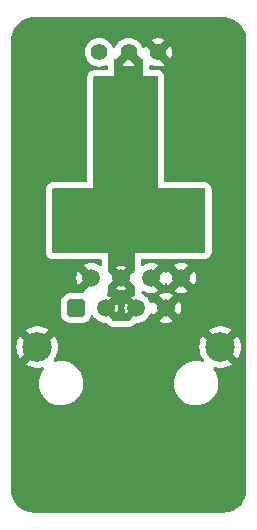
<source format=gbr>
%TF.GenerationSoftware,KiCad,Pcbnew,7.0.5-0*%
%TF.CreationDate,2024-07-28T13:55:19+02:00*%
%TF.ProjectId,rj45-dynamixel-adapter,726a3435-2d64-4796-9e61-6d6978656c2d,rev?*%
%TF.SameCoordinates,Original*%
%TF.FileFunction,Copper,L3,Inr*%
%TF.FilePolarity,Positive*%
%FSLAX46Y46*%
G04 Gerber Fmt 4.6, Leading zero omitted, Abs format (unit mm)*
G04 Created by KiCad (PCBNEW 7.0.5-0) date 2024-07-28 13:55:19*
%MOMM*%
%LPD*%
G01*
G04 APERTURE LIST*
G04 Aperture macros list*
%AMRoundRect*
0 Rectangle with rounded corners*
0 $1 Rounding radius*
0 $2 $3 $4 $5 $6 $7 $8 $9 X,Y pos of 4 corners*
0 Add a 4 corners polygon primitive as box body*
4,1,4,$2,$3,$4,$5,$6,$7,$8,$9,$2,$3,0*
0 Add four circle primitives for the rounded corners*
1,1,$1+$1,$2,$3*
1,1,$1+$1,$4,$5*
1,1,$1+$1,$6,$7*
1,1,$1+$1,$8,$9*
0 Add four rect primitives between the rounded corners*
20,1,$1+$1,$2,$3,$4,$5,0*
20,1,$1+$1,$4,$5,$6,$7,0*
20,1,$1+$1,$6,$7,$8,$9,0*
20,1,$1+$1,$8,$9,$2,$3,0*%
G04 Aperture macros list end*
%TA.AperFunction,ComponentPad*%
%ADD10RoundRect,0.250500X-0.499500X-0.499500X0.499500X-0.499500X0.499500X0.499500X-0.499500X0.499500X0*%
%TD*%
%TA.AperFunction,ComponentPad*%
%ADD11C,1.500000*%
%TD*%
%TA.AperFunction,ComponentPad*%
%ADD12C,2.500000*%
%TD*%
%TA.AperFunction,ComponentPad*%
%ADD13C,1.397000*%
%TD*%
%TA.AperFunction,ViaPad*%
%ADD14C,0.800000*%
%TD*%
G04 APERTURE END LIST*
D10*
%TO.N,/SIG*%
%TO.C,J3*%
X146560000Y-105650000D03*
D11*
%TO.N,GND*%
X147820000Y-103110000D03*
%TO.N,/12V*%
X149100000Y-105650000D03*
X150360000Y-103110000D03*
X151640000Y-105650000D03*
%TO.N,GND*%
X152900000Y-103110000D03*
X154180000Y-105650000D03*
X155440000Y-103110000D03*
D12*
X143255000Y-108960000D03*
X158745000Y-108960000D03*
%TD*%
D13*
%TO.N,GND*%
%TO.C,J1*%
X153500000Y-84000000D03*
%TO.N,/12V*%
X151000000Y-84000000D03*
%TO.N,/SIG*%
X148500000Y-84000000D03*
%TD*%
D14*
%TO.N,GND*%
X157750000Y-87250000D03*
X144250000Y-92250000D03*
X144250000Y-90000000D03*
X157750000Y-92250000D03*
X145000000Y-103000000D03*
X144250000Y-87250000D03*
X157750000Y-90000000D03*
%TO.N,/12V*%
X150250000Y-93750000D03*
X150250000Y-96000000D03*
X150250000Y-98250000D03*
X150750000Y-87250000D03*
X150250000Y-100500000D03*
X150250000Y-91750000D03*
X150250000Y-89750000D03*
%TD*%
%TA.AperFunction,Conductor*%
%TO.N,/12V*%
G36*
X149250000Y-89000000D02*
G01*
X149250000Y-101000000D01*
X144624000Y-101000000D01*
X144556961Y-100980315D01*
X144511206Y-100927511D01*
X144500000Y-100876000D01*
X144500000Y-95624000D01*
X144519685Y-95556961D01*
X144572489Y-95511206D01*
X144624000Y-95500000D01*
X148000000Y-95500000D01*
X148000000Y-86124000D01*
X148019685Y-86056961D01*
X148072489Y-86011206D01*
X148124000Y-86000000D01*
X149750000Y-86000000D01*
X149250000Y-89000000D01*
G37*
%TD.AperFunction*%
%TA.AperFunction,Conductor*%
G36*
X153443039Y-86019685D02*
G01*
X153488794Y-86072489D01*
X153500000Y-86124000D01*
X153500000Y-95500000D01*
X157376000Y-95500000D01*
X157443039Y-95519685D01*
X157488794Y-95572489D01*
X157500000Y-95624000D01*
X157500000Y-100876000D01*
X157480315Y-100943039D01*
X157427511Y-100988794D01*
X157376000Y-101000000D01*
X151500000Y-101000000D01*
X151500000Y-89000000D01*
X152250000Y-86000000D01*
X153376000Y-86000000D01*
X153443039Y-86019685D01*
G37*
%TD.AperFunction*%
%TD*%
%TA.AperFunction,Conductor*%
%TO.N,/12V*%
G36*
X151500000Y-101000000D02*
G01*
X151500000Y-101000001D01*
X151500000Y-102417682D01*
X151481046Y-102512970D01*
X151427070Y-102593752D01*
X151346288Y-102647728D01*
X151265902Y-102663717D01*
X150819619Y-103110000D01*
X151268274Y-103558654D01*
X151311502Y-103560778D01*
X151399329Y-103602318D01*
X151464575Y-103674305D01*
X151497305Y-103765781D01*
X151500000Y-103802316D01*
X151500000Y-104250000D01*
X151514799Y-104276140D01*
X151530567Y-104290444D01*
X151572067Y-104378289D01*
X151576791Y-104475329D01*
X151544019Y-104566790D01*
X151478741Y-104638748D01*
X151402784Y-104676961D01*
X151255465Y-104721650D01*
X151200596Y-104750977D01*
X151639999Y-105190380D01*
X151640000Y-105190380D01*
X151649620Y-105200000D01*
X151606276Y-105200000D01*
X151505862Y-105215135D01*
X151383643Y-105273993D01*
X151284202Y-105366260D01*
X151216375Y-105483740D01*
X151186190Y-105615992D01*
X151196327Y-105751265D01*
X151245887Y-105877541D01*
X151330465Y-105983599D01*
X151442547Y-106060016D01*
X151572173Y-106100000D01*
X151649617Y-106100000D01*
X151178953Y-106570665D01*
X151141750Y-106649328D01*
X151069763Y-106714573D01*
X150978288Y-106747305D01*
X150941750Y-106750000D01*
X149798250Y-106750000D01*
X149702962Y-106731046D01*
X149622180Y-106677070D01*
X149568204Y-106596288D01*
X149563619Y-106573239D01*
X149090381Y-106100000D01*
X149133724Y-106100000D01*
X149234138Y-106084865D01*
X149356357Y-106026007D01*
X149455798Y-105933740D01*
X149523625Y-105816260D01*
X149553810Y-105684008D01*
X149551262Y-105650000D01*
X149559619Y-105650000D01*
X149999021Y-106089401D01*
X150028349Y-106034535D01*
X150028350Y-106034534D01*
X150085530Y-105846034D01*
X150104839Y-105649999D01*
X150635161Y-105649999D01*
X150654469Y-105846034D01*
X150711649Y-106034534D01*
X150711650Y-106034536D01*
X150740977Y-106089401D01*
X151180379Y-105650000D01*
X150740976Y-105210597D01*
X150711649Y-105265466D01*
X150654469Y-105453965D01*
X150635161Y-105649999D01*
X150104839Y-105649999D01*
X150085530Y-105453965D01*
X150028351Y-105265469D01*
X150028349Y-105265464D01*
X149999022Y-105210597D01*
X149559619Y-105650000D01*
X149551262Y-105650000D01*
X149543673Y-105548735D01*
X149494113Y-105422459D01*
X149409535Y-105316401D01*
X149297453Y-105239984D01*
X149167827Y-105200000D01*
X149090380Y-105200000D01*
X149100000Y-105190380D01*
X149539401Y-104750977D01*
X149539401Y-104750976D01*
X149484541Y-104721653D01*
X149484533Y-104721649D01*
X149343858Y-104678976D01*
X149258175Y-104633177D01*
X149196541Y-104558076D01*
X149168338Y-104465104D01*
X149177861Y-104368417D01*
X149223660Y-104282734D01*
X149238926Y-104269559D01*
X149250000Y-104250000D01*
X149250000Y-104009022D01*
X149920597Y-104009022D01*
X149975464Y-104038349D01*
X149975469Y-104038351D01*
X150163965Y-104095530D01*
X150359999Y-104114838D01*
X150556034Y-104095530D01*
X150744534Y-104038350D01*
X150744535Y-104038349D01*
X150799402Y-104009021D01*
X150360000Y-103569619D01*
X149920597Y-104009022D01*
X149250000Y-104009022D01*
X149250000Y-103806767D01*
X149268954Y-103711479D01*
X149322930Y-103630697D01*
X149403712Y-103576721D01*
X149441093Y-103569285D01*
X149900379Y-103110000D01*
X149866371Y-103075992D01*
X149906190Y-103075992D01*
X149916327Y-103211265D01*
X149965887Y-103337541D01*
X150050465Y-103443599D01*
X150162547Y-103520016D01*
X150292173Y-103560000D01*
X150393724Y-103560000D01*
X150494138Y-103544865D01*
X150616357Y-103486007D01*
X150715798Y-103393740D01*
X150783625Y-103276260D01*
X150813810Y-103144008D01*
X150803673Y-103008735D01*
X150754113Y-102882459D01*
X150669535Y-102776401D01*
X150557453Y-102699984D01*
X150427827Y-102660000D01*
X150326276Y-102660000D01*
X150225862Y-102675135D01*
X150103643Y-102733993D01*
X150004202Y-102826260D01*
X149936375Y-102943740D01*
X149906190Y-103075992D01*
X149866371Y-103075992D01*
X149445490Y-102655111D01*
X149438494Y-102654768D01*
X149350668Y-102613227D01*
X149285424Y-102541239D01*
X149252694Y-102449763D01*
X149250000Y-102413231D01*
X149250000Y-102210976D01*
X149920597Y-102210976D01*
X150360000Y-102650379D01*
X150799401Y-102210977D01*
X150744536Y-102181650D01*
X150744534Y-102181649D01*
X150556034Y-102124469D01*
X150360000Y-102105161D01*
X150163965Y-102124469D01*
X149975466Y-102181649D01*
X149920597Y-102210976D01*
X149250000Y-102210976D01*
X149250000Y-101000001D01*
X149250000Y-101000000D01*
X149250000Y-89000000D01*
X151500000Y-89000000D01*
X151500000Y-101000000D01*
G37*
%TD.AperFunction*%
%TD*%
%TA.AperFunction,Conductor*%
%TO.N,GND*%
G36*
X159002018Y-81025633D02*
G01*
X159182641Y-81037470D01*
X159253674Y-81042126D01*
X159261707Y-81043184D01*
X159492471Y-81089085D01*
X159507046Y-81091985D01*
X159514889Y-81094086D01*
X159751769Y-81174496D01*
X159759243Y-81177592D01*
X159983607Y-81288236D01*
X159990631Y-81292293D01*
X160119083Y-81378121D01*
X160198621Y-81431267D01*
X160205049Y-81436199D01*
X160393123Y-81601135D01*
X160398862Y-81606874D01*
X160563798Y-81794948D01*
X160568736Y-81801383D01*
X160707706Y-82009368D01*
X160711766Y-82016398D01*
X160822401Y-82240743D01*
X160825508Y-82248244D01*
X160905913Y-82485111D01*
X160908014Y-82492953D01*
X160956813Y-82738279D01*
X160957873Y-82746328D01*
X160974367Y-82997980D01*
X160974500Y-83002036D01*
X160974500Y-120997962D01*
X160974367Y-121002018D01*
X160957873Y-121253671D01*
X160956813Y-121261720D01*
X160908014Y-121507046D01*
X160905913Y-121514888D01*
X160825508Y-121751755D01*
X160822401Y-121759256D01*
X160711766Y-121983601D01*
X160707706Y-121990631D01*
X160568736Y-122198616D01*
X160563794Y-122205057D01*
X160398864Y-122393123D01*
X160393123Y-122398864D01*
X160205057Y-122563794D01*
X160198616Y-122568736D01*
X159990631Y-122707706D01*
X159983601Y-122711766D01*
X159759256Y-122822401D01*
X159751755Y-122825508D01*
X159514888Y-122905913D01*
X159507046Y-122908014D01*
X159261720Y-122956813D01*
X159253671Y-122957873D01*
X159002018Y-122974367D01*
X158997962Y-122974500D01*
X143002038Y-122974500D01*
X142997982Y-122974367D01*
X142746328Y-122957873D01*
X142738279Y-122956813D01*
X142492953Y-122908014D01*
X142485111Y-122905913D01*
X142332099Y-122853972D01*
X142248238Y-122825505D01*
X142240749Y-122822403D01*
X142016397Y-122711765D01*
X142009368Y-122707706D01*
X141801383Y-122568736D01*
X141794948Y-122563798D01*
X141606874Y-122398862D01*
X141601135Y-122393123D01*
X141553118Y-122338370D01*
X141436199Y-122205049D01*
X141431267Y-122198621D01*
X141378121Y-122119083D01*
X141292293Y-121990631D01*
X141288236Y-121983607D01*
X141177592Y-121759243D01*
X141174496Y-121751769D01*
X141094086Y-121514888D01*
X141091985Y-121507046D01*
X141069897Y-121396003D01*
X141043184Y-121261707D01*
X141042126Y-121253670D01*
X141025633Y-121002018D01*
X141025500Y-120997962D01*
X141025500Y-108960004D01*
X141500093Y-108960004D01*
X141519692Y-109221545D01*
X141519693Y-109221550D01*
X141578058Y-109477270D01*
X141673883Y-109721426D01*
X141673882Y-109721426D01*
X141792737Y-109927286D01*
X141792738Y-109927287D01*
X142487060Y-109232964D01*
X142516064Y-109315853D01*
X142613775Y-109471360D01*
X142743640Y-109601225D01*
X142899147Y-109698936D01*
X142982034Y-109727939D01*
X142289921Y-110420051D01*
X142377551Y-110479796D01*
X142613854Y-110593594D01*
X142613858Y-110593595D01*
X142864494Y-110670907D01*
X142864500Y-110670909D01*
X143123848Y-110709999D01*
X143123857Y-110710000D01*
X143386143Y-110710000D01*
X143386151Y-110709999D01*
X143645499Y-110670909D01*
X143645509Y-110670906D01*
X143668185Y-110663912D01*
X143738049Y-110662960D01*
X143797336Y-110699931D01*
X143827223Y-110763085D01*
X143818222Y-110832373D01*
X143805585Y-110854552D01*
X143679809Y-111030354D01*
X143679802Y-111030366D01*
X143554275Y-111274515D01*
X143554271Y-111274525D01*
X143465632Y-111534344D01*
X143465629Y-111534358D01*
X143415765Y-111804314D01*
X143415763Y-111804334D01*
X143405737Y-112078678D01*
X143435762Y-112351559D01*
X143435763Y-112351569D01*
X143505202Y-112617178D01*
X143505204Y-112617182D01*
X143612577Y-112869852D01*
X143755592Y-113104191D01*
X143755599Y-113104201D01*
X143931199Y-113315207D01*
X143931204Y-113315212D01*
X143931209Y-113315218D01*
X143931216Y-113315224D01*
X144135672Y-113498419D01*
X144135674Y-113498420D01*
X144135677Y-113498423D01*
X144364641Y-113649904D01*
X144613221Y-113766433D01*
X144876119Y-113845527D01*
X145147731Y-113885500D01*
X145147736Y-113885500D01*
X145353545Y-113885500D01*
X145353547Y-113885500D01*
X145353552Y-113885499D01*
X145353564Y-113885499D01*
X145391614Y-113882713D01*
X145558805Y-113870477D01*
X145826775Y-113810784D01*
X146083198Y-113712711D01*
X146322609Y-113578347D01*
X146539904Y-113410557D01*
X146730454Y-113212916D01*
X146890196Y-112989637D01*
X147015727Y-112745479D01*
X147104370Y-112485646D01*
X147154236Y-112215674D01*
X147159242Y-112078678D01*
X154835737Y-112078678D01*
X154865762Y-112351559D01*
X154865763Y-112351569D01*
X154935202Y-112617178D01*
X154935204Y-112617182D01*
X155042577Y-112869852D01*
X155185592Y-113104191D01*
X155185599Y-113104201D01*
X155361199Y-113315207D01*
X155361204Y-113315212D01*
X155361209Y-113315218D01*
X155361216Y-113315224D01*
X155565672Y-113498419D01*
X155565674Y-113498420D01*
X155565677Y-113498423D01*
X155794641Y-113649904D01*
X156043221Y-113766433D01*
X156306119Y-113845527D01*
X156577731Y-113885500D01*
X156577736Y-113885500D01*
X156783545Y-113885500D01*
X156783547Y-113885500D01*
X156783552Y-113885499D01*
X156783564Y-113885499D01*
X156821614Y-113882713D01*
X156988805Y-113870477D01*
X157256775Y-113810784D01*
X157513198Y-113712711D01*
X157752609Y-113578347D01*
X157969904Y-113410557D01*
X158160454Y-113212916D01*
X158320196Y-112989637D01*
X158445727Y-112745479D01*
X158534370Y-112485646D01*
X158584236Y-112215674D01*
X158594262Y-111941320D01*
X158564236Y-111668429D01*
X158494796Y-111402818D01*
X158387423Y-111150148D01*
X158244405Y-110915804D01*
X158243943Y-110915249D01*
X158199206Y-110861491D01*
X158171453Y-110797370D01*
X158182772Y-110728423D01*
X158229570Y-110676541D01*
X158296989Y-110658197D01*
X158331070Y-110663682D01*
X158354490Y-110670907D01*
X158354500Y-110670909D01*
X158613848Y-110709999D01*
X158613857Y-110710000D01*
X158876143Y-110710000D01*
X158876151Y-110709999D01*
X159135499Y-110670909D01*
X159135505Y-110670907D01*
X159386143Y-110593595D01*
X159622445Y-110479798D01*
X159622454Y-110479793D01*
X159710078Y-110420052D01*
X159017964Y-109727939D01*
X159100853Y-109698936D01*
X159256360Y-109601225D01*
X159386225Y-109471360D01*
X159483936Y-109315853D01*
X159512939Y-109232964D01*
X160207261Y-109927287D01*
X160207262Y-109927287D01*
X160326116Y-109721426D01*
X160421941Y-109477270D01*
X160480306Y-109221550D01*
X160480307Y-109221545D01*
X160499907Y-108960004D01*
X160499907Y-108959995D01*
X160480307Y-108698454D01*
X160480306Y-108698449D01*
X160421941Y-108442729D01*
X160326116Y-108198573D01*
X160207261Y-107992711D01*
X159512939Y-108687034D01*
X159483936Y-108604147D01*
X159386225Y-108448640D01*
X159256360Y-108318775D01*
X159100853Y-108221064D01*
X159017964Y-108192060D01*
X159710078Y-107499945D01*
X159622461Y-107440210D01*
X159622448Y-107440203D01*
X159386142Y-107326404D01*
X159386144Y-107326404D01*
X159135505Y-107249092D01*
X159135499Y-107249090D01*
X158876151Y-107210000D01*
X158613848Y-107210000D01*
X158354500Y-107249090D01*
X158354494Y-107249092D01*
X158103858Y-107326404D01*
X158103854Y-107326405D01*
X157867547Y-107440205D01*
X157867546Y-107440206D01*
X157779922Y-107499947D01*
X158472035Y-108192060D01*
X158389147Y-108221064D01*
X158233640Y-108318775D01*
X158103775Y-108448640D01*
X158006064Y-108604147D01*
X157977060Y-108687035D01*
X157282737Y-107992712D01*
X157163883Y-108198573D01*
X157068058Y-108442729D01*
X157009693Y-108698449D01*
X157009692Y-108698454D01*
X156990093Y-108959995D01*
X156990093Y-108960004D01*
X157009692Y-109221545D01*
X157009693Y-109221550D01*
X157068058Y-109477270D01*
X157163883Y-109721426D01*
X157163882Y-109721426D01*
X157295028Y-109948573D01*
X157338485Y-110003067D01*
X157364894Y-110067754D01*
X157352137Y-110136449D01*
X157304267Y-110187343D01*
X157236480Y-110204277D01*
X157205814Y-110199123D01*
X157123879Y-110174472D01*
X156979612Y-110153241D01*
X156852269Y-110134500D01*
X156646453Y-110134500D01*
X156646435Y-110134500D01*
X156441195Y-110149523D01*
X156441185Y-110149524D01*
X156173229Y-110209214D01*
X156173224Y-110209216D01*
X155916799Y-110307290D01*
X155677392Y-110441652D01*
X155677387Y-110441655D01*
X155460097Y-110609441D01*
X155460088Y-110609450D01*
X155269549Y-110807080D01*
X155269547Y-110807082D01*
X155109805Y-111030361D01*
X155109802Y-111030366D01*
X154984275Y-111274515D01*
X154984271Y-111274525D01*
X154895632Y-111534344D01*
X154895629Y-111534358D01*
X154845765Y-111804314D01*
X154845763Y-111804334D01*
X154835737Y-112078678D01*
X147159242Y-112078678D01*
X147164262Y-111941320D01*
X147134236Y-111668429D01*
X147064796Y-111402818D01*
X146957423Y-111150148D01*
X146814405Y-110915804D01*
X146812666Y-110913715D01*
X146638800Y-110704792D01*
X146638795Y-110704787D01*
X146638791Y-110704782D01*
X146532385Y-110609441D01*
X146434327Y-110521580D01*
X146434324Y-110521578D01*
X146434323Y-110521577D01*
X146205359Y-110370096D01*
X145956779Y-110253567D01*
X145809362Y-110209216D01*
X145693879Y-110174472D01*
X145549612Y-110153241D01*
X145422269Y-110134500D01*
X145216453Y-110134500D01*
X145216435Y-110134500D01*
X145011195Y-110149523D01*
X145011181Y-110149525D01*
X144786972Y-110199470D01*
X144717257Y-110194833D01*
X144661115Y-110153241D01*
X144636373Y-110087899D01*
X144650884Y-110019553D01*
X144663064Y-110001124D01*
X144704972Y-109948573D01*
X144836116Y-109721426D01*
X144931941Y-109477270D01*
X144990306Y-109221550D01*
X144990307Y-109221545D01*
X145009907Y-108960004D01*
X145009907Y-108959995D01*
X144990307Y-108698454D01*
X144990306Y-108698449D01*
X144931941Y-108442729D01*
X144836116Y-108198573D01*
X144717261Y-107992711D01*
X144022939Y-108687034D01*
X143993936Y-108604147D01*
X143896225Y-108448640D01*
X143766360Y-108318775D01*
X143610853Y-108221064D01*
X143527964Y-108192060D01*
X144220078Y-107499945D01*
X144132461Y-107440210D01*
X144132448Y-107440203D01*
X143896142Y-107326404D01*
X143896144Y-107326404D01*
X143645505Y-107249092D01*
X143645499Y-107249090D01*
X143386151Y-107210000D01*
X143123848Y-107210000D01*
X142864500Y-107249090D01*
X142864494Y-107249092D01*
X142613858Y-107326404D01*
X142613854Y-107326405D01*
X142377547Y-107440205D01*
X142377546Y-107440206D01*
X142289922Y-107499947D01*
X142982035Y-108192060D01*
X142899147Y-108221064D01*
X142743640Y-108318775D01*
X142613775Y-108448640D01*
X142516064Y-108604147D01*
X142487060Y-108687033D01*
X141792738Y-107992711D01*
X141792737Y-107992712D01*
X141673883Y-108198573D01*
X141578058Y-108442729D01*
X141519693Y-108698449D01*
X141519692Y-108698454D01*
X141500093Y-108959995D01*
X141500093Y-108960004D01*
X141025500Y-108960004D01*
X141025500Y-103110000D01*
X146565225Y-103110000D01*
X146584287Y-103327884D01*
X146584289Y-103327894D01*
X146640894Y-103539150D01*
X146640898Y-103539159D01*
X146721981Y-103713042D01*
X147325025Y-103109999D01*
X147325025Y-103109998D01*
X146721981Y-102506955D01*
X146721980Y-102506955D01*
X146640899Y-102680835D01*
X146640894Y-102680849D01*
X146584289Y-102892105D01*
X146584287Y-102892115D01*
X146565225Y-103109999D01*
X146565225Y-103110000D01*
X141025500Y-103110000D01*
X141025500Y-100876000D01*
X143986500Y-100876000D01*
X143986501Y-100876009D01*
X143998235Y-100985151D01*
X143998237Y-100985163D01*
X144009443Y-101036673D01*
X144044106Y-101140820D01*
X144044109Y-101140826D01*
X144123128Y-101263781D01*
X144123134Y-101263788D01*
X144168879Y-101316581D01*
X144168882Y-101316584D01*
X144168884Y-101316586D01*
X144185657Y-101331120D01*
X144279335Y-101412294D01*
X144279337Y-101412295D01*
X144279339Y-101412297D01*
X144412287Y-101473014D01*
X144479326Y-101492699D01*
X144479330Y-101492700D01*
X144624000Y-101513500D01*
X148612500Y-101513500D01*
X148679539Y-101533185D01*
X148725294Y-101585989D01*
X148736500Y-101637500D01*
X148736500Y-101987569D01*
X148716815Y-102054608D01*
X148664011Y-102100363D01*
X148594853Y-102110307D01*
X148541377Y-102089144D01*
X148447392Y-102023335D01*
X148447388Y-102023333D01*
X148249159Y-101930898D01*
X148249150Y-101930894D01*
X148037894Y-101874289D01*
X148037884Y-101874287D01*
X147820001Y-101855225D01*
X147819999Y-101855225D01*
X147602115Y-101874287D01*
X147602105Y-101874289D01*
X147390849Y-101930894D01*
X147390835Y-101930899D01*
X147216955Y-102011980D01*
X147864975Y-102660000D01*
X147786276Y-102660000D01*
X147685862Y-102675135D01*
X147563643Y-102733993D01*
X147464202Y-102826260D01*
X147396375Y-102943740D01*
X147366190Y-103075992D01*
X147376327Y-103211265D01*
X147425887Y-103337541D01*
X147510465Y-103443599D01*
X147622547Y-103520016D01*
X147752173Y-103560000D01*
X147853724Y-103560000D01*
X147866969Y-103558003D01*
X147216956Y-104208017D01*
X147223648Y-104245967D01*
X147215904Y-104315406D01*
X147171848Y-104369636D01*
X147105467Y-104391438D01*
X147101532Y-104391500D01*
X146009916Y-104391500D01*
X145905970Y-104402120D01*
X145737551Y-104457928D01*
X145737540Y-104457933D01*
X145586540Y-104551072D01*
X145586536Y-104551075D01*
X145461075Y-104676536D01*
X145461072Y-104676540D01*
X145367933Y-104827540D01*
X145367928Y-104827551D01*
X145312120Y-104995970D01*
X145301500Y-105099916D01*
X145301500Y-106200083D01*
X145312120Y-106304029D01*
X145367928Y-106472448D01*
X145367933Y-106472459D01*
X145461072Y-106623459D01*
X145461075Y-106623463D01*
X145586536Y-106748924D01*
X145586540Y-106748927D01*
X145737540Y-106842066D01*
X145737543Y-106842067D01*
X145737549Y-106842071D01*
X145905972Y-106897880D01*
X146009924Y-106908500D01*
X146009929Y-106908500D01*
X147110071Y-106908500D01*
X147110076Y-106908500D01*
X147214028Y-106897880D01*
X147382451Y-106842071D01*
X147533463Y-106748925D01*
X147658925Y-106623463D01*
X147752071Y-106472451D01*
X147798873Y-106331209D01*
X147838644Y-106273766D01*
X147903159Y-106246942D01*
X147971935Y-106259257D01*
X148018152Y-106299089D01*
X148132251Y-106462038D01*
X148287962Y-106617749D01*
X148468346Y-106744056D01*
X148667924Y-106837120D01*
X148880629Y-106894115D01*
X149038506Y-106907927D01*
X149105393Y-106913779D01*
X149105208Y-106915883D01*
X149163473Y-106932992D01*
X149195700Y-106962996D01*
X149228165Y-107006363D01*
X149336898Y-107104032D01*
X149417680Y-107158008D01*
X149464951Y-107186055D01*
X149602783Y-107234679D01*
X149698071Y-107253633D01*
X149698078Y-107253633D01*
X149698080Y-107253634D01*
X149725889Y-107256372D01*
X149798250Y-107263500D01*
X149798253Y-107263500D01*
X150951202Y-107263500D01*
X150951203Y-107263500D01*
X150970095Y-107262804D01*
X151016061Y-107259414D01*
X151151289Y-107230785D01*
X151242764Y-107198053D01*
X151293446Y-107176794D01*
X151414608Y-107095052D01*
X151486595Y-107029807D01*
X151525297Y-106990757D01*
X151539773Y-106968879D01*
X151593185Y-106923834D01*
X151634721Y-106915088D01*
X151634607Y-106913779D01*
X151699986Y-106908059D01*
X151859371Y-106894115D01*
X152072076Y-106837120D01*
X152263157Y-106748018D01*
X153576955Y-106748018D01*
X153750840Y-106829101D01*
X153750849Y-106829105D01*
X153962105Y-106885710D01*
X153962115Y-106885712D01*
X154179999Y-106904775D01*
X154180001Y-106904775D01*
X154397884Y-106885712D01*
X154397894Y-106885710D01*
X154609150Y-106829105D01*
X154609159Y-106829102D01*
X154783043Y-106748018D01*
X154180001Y-106144975D01*
X154180000Y-106144975D01*
X153576955Y-106748018D01*
X152263157Y-106748018D01*
X152271654Y-106744056D01*
X152452038Y-106617749D01*
X152607749Y-106462038D01*
X152734056Y-106281654D01*
X152802309Y-106135283D01*
X152848477Y-106082849D01*
X152915671Y-106063696D01*
X152982552Y-106083911D01*
X153027070Y-106135287D01*
X153081980Y-106253043D01*
X153081981Y-106253043D01*
X153685025Y-105650000D01*
X153685025Y-105649999D01*
X153651018Y-105615992D01*
X153726190Y-105615992D01*
X153736327Y-105751265D01*
X153785887Y-105877541D01*
X153870465Y-105983599D01*
X153982547Y-106060016D01*
X154112173Y-106100000D01*
X154213724Y-106100000D01*
X154314138Y-106084865D01*
X154436357Y-106026007D01*
X154535798Y-105933740D01*
X154603625Y-105816260D01*
X154633810Y-105684008D01*
X154631261Y-105649999D01*
X154674975Y-105649999D01*
X155278017Y-106253043D01*
X155278018Y-106253042D01*
X155359102Y-106079159D01*
X155359105Y-106079150D01*
X155415710Y-105867894D01*
X155415712Y-105867884D01*
X155434775Y-105650000D01*
X155434775Y-105649999D01*
X155415712Y-105432115D01*
X155415710Y-105432105D01*
X155359105Y-105220849D01*
X155359101Y-105220840D01*
X155278018Y-105046955D01*
X154674975Y-105649999D01*
X154631261Y-105649999D01*
X154623673Y-105548735D01*
X154574113Y-105422459D01*
X154489535Y-105316401D01*
X154377453Y-105239984D01*
X154247827Y-105200000D01*
X154146276Y-105200000D01*
X154045862Y-105215135D01*
X153923643Y-105273993D01*
X153824202Y-105366260D01*
X153756375Y-105483740D01*
X153726190Y-105615992D01*
X153651018Y-105615992D01*
X153081980Y-105046955D01*
X153027070Y-105164712D01*
X152980898Y-105217151D01*
X152913704Y-105236303D01*
X152846823Y-105216087D01*
X152802306Y-105164711D01*
X152797789Y-105155025D01*
X152734056Y-105018347D01*
X152734054Y-105018344D01*
X152734053Y-105018342D01*
X152670902Y-104928154D01*
X152607749Y-104837962D01*
X152452038Y-104682251D01*
X152271654Y-104555944D01*
X152263155Y-104551981D01*
X152263153Y-104551980D01*
X153576955Y-104551980D01*
X154180000Y-105155025D01*
X154180001Y-105155025D01*
X154783043Y-104551981D01*
X154609159Y-104470898D01*
X154609150Y-104470894D01*
X154397894Y-104414289D01*
X154397884Y-104414287D01*
X154180001Y-104395225D01*
X154179999Y-104395225D01*
X153962115Y-104414287D01*
X153962105Y-104414289D01*
X153750849Y-104470894D01*
X153750835Y-104470899D01*
X153576955Y-104551980D01*
X152263153Y-104551980D01*
X152158528Y-104503193D01*
X152106088Y-104457021D01*
X152087079Y-104396839D01*
X152084961Y-104353340D01*
X152084961Y-104353338D01*
X152084960Y-104353334D01*
X152084960Y-104353321D01*
X152080799Y-104312756D01*
X152093543Y-104244059D01*
X152141404Y-104193156D01*
X152209187Y-104176209D01*
X152266907Y-104195712D01*
X152267920Y-104193958D01*
X152272611Y-104196666D01*
X152470840Y-104289101D01*
X152470849Y-104289105D01*
X152682105Y-104345710D01*
X152682115Y-104345712D01*
X152899999Y-104364775D01*
X152900001Y-104364775D01*
X153117884Y-104345712D01*
X153117894Y-104345710D01*
X153329150Y-104289105D01*
X153329159Y-104289102D01*
X153503043Y-104208018D01*
X154836955Y-104208018D01*
X155010840Y-104289101D01*
X155010849Y-104289105D01*
X155222105Y-104345710D01*
X155222115Y-104345712D01*
X155439999Y-104364775D01*
X155440001Y-104364775D01*
X155657884Y-104345712D01*
X155657894Y-104345710D01*
X155869150Y-104289105D01*
X155869159Y-104289102D01*
X156043043Y-104208018D01*
X155440001Y-103604975D01*
X155440000Y-103604975D01*
X154836955Y-104208018D01*
X153503043Y-104208018D01*
X152855024Y-103560000D01*
X152933724Y-103560000D01*
X153034138Y-103544865D01*
X153156357Y-103486007D01*
X153255798Y-103393740D01*
X153323625Y-103276260D01*
X153353810Y-103144008D01*
X153351262Y-103110000D01*
X153394975Y-103110000D01*
X153998017Y-103713042D01*
X154057617Y-103585232D01*
X154103789Y-103532793D01*
X154170983Y-103513641D01*
X154237864Y-103533857D01*
X154282381Y-103585232D01*
X154341980Y-103713043D01*
X154341981Y-103713043D01*
X154945025Y-103110000D01*
X154911017Y-103075992D01*
X154986190Y-103075992D01*
X154996327Y-103211265D01*
X155045887Y-103337541D01*
X155130465Y-103443599D01*
X155242547Y-103520016D01*
X155372173Y-103560000D01*
X155473724Y-103560000D01*
X155574138Y-103544865D01*
X155696357Y-103486007D01*
X155795798Y-103393740D01*
X155863625Y-103276260D01*
X155893810Y-103144008D01*
X155891261Y-103109999D01*
X155934975Y-103109999D01*
X156538017Y-103713043D01*
X156538018Y-103713042D01*
X156619102Y-103539159D01*
X156619105Y-103539150D01*
X156675710Y-103327894D01*
X156675712Y-103327884D01*
X156694775Y-103110000D01*
X156694775Y-103109999D01*
X156675712Y-102892115D01*
X156675710Y-102892105D01*
X156619105Y-102680849D01*
X156619101Y-102680840D01*
X156538018Y-102506955D01*
X155934975Y-103109999D01*
X155891261Y-103109999D01*
X155883673Y-103008735D01*
X155834113Y-102882459D01*
X155749535Y-102776401D01*
X155637453Y-102699984D01*
X155507827Y-102660000D01*
X155406276Y-102660000D01*
X155305862Y-102675135D01*
X155183643Y-102733993D01*
X155084202Y-102826260D01*
X155016375Y-102943740D01*
X154986190Y-103075992D01*
X154911017Y-103075992D01*
X154341980Y-102506955D01*
X154282381Y-102634767D01*
X154236208Y-102687206D01*
X154169015Y-102706358D01*
X154102134Y-102686142D01*
X154057617Y-102634767D01*
X153998017Y-102506956D01*
X153394975Y-103109999D01*
X153394975Y-103110000D01*
X153351262Y-103110000D01*
X153343673Y-103008735D01*
X153294113Y-102882459D01*
X153209535Y-102776401D01*
X153097453Y-102699984D01*
X152967827Y-102660000D01*
X152866276Y-102660000D01*
X152853028Y-102661996D01*
X152900000Y-102615025D01*
X153503042Y-102011981D01*
X153503040Y-102011980D01*
X154836955Y-102011980D01*
X155440000Y-102615025D01*
X155440001Y-102615025D01*
X156043043Y-102011981D01*
X155869159Y-101930898D01*
X155869150Y-101930894D01*
X155657894Y-101874289D01*
X155657884Y-101874287D01*
X155440001Y-101855225D01*
X155439999Y-101855225D01*
X155222115Y-101874287D01*
X155222105Y-101874289D01*
X155010849Y-101930894D01*
X155010835Y-101930899D01*
X154836955Y-102011980D01*
X153503040Y-102011980D01*
X153329159Y-101930898D01*
X153329150Y-101930894D01*
X153117894Y-101874289D01*
X153117884Y-101874287D01*
X152900001Y-101855225D01*
X152899999Y-101855225D01*
X152682115Y-101874287D01*
X152682105Y-101874289D01*
X152470849Y-101930894D01*
X152470840Y-101930898D01*
X152272612Y-102023333D01*
X152272610Y-102023334D01*
X152208622Y-102068139D01*
X152142416Y-102090466D01*
X152074649Y-102073454D01*
X152026837Y-102022506D01*
X152013500Y-101966563D01*
X152013500Y-101637500D01*
X152033185Y-101570461D01*
X152085989Y-101524706D01*
X152137500Y-101513500D01*
X157375990Y-101513500D01*
X157376000Y-101513500D01*
X157485157Y-101501764D01*
X157536668Y-101490558D01*
X157571440Y-101478984D01*
X157640820Y-101455893D01*
X157640824Y-101455890D01*
X157640827Y-101455890D01*
X157763782Y-101376871D01*
X157816586Y-101331116D01*
X157912297Y-101220661D01*
X157973014Y-101087713D01*
X157992699Y-101020674D01*
X157992700Y-101020670D01*
X158013500Y-100876000D01*
X158013500Y-95624000D01*
X158001764Y-95514843D01*
X157990558Y-95463332D01*
X157990453Y-95463017D01*
X157955893Y-95359179D01*
X157955890Y-95359173D01*
X157876871Y-95236218D01*
X157876865Y-95236211D01*
X157831120Y-95183418D01*
X157831117Y-95183415D01*
X157720664Y-95087705D01*
X157720658Y-95087701D01*
X157587714Y-95026986D01*
X157520677Y-95007302D01*
X157520679Y-95007302D01*
X157520674Y-95007301D01*
X157520670Y-95007300D01*
X157376000Y-94986500D01*
X157375998Y-94986500D01*
X154137500Y-94986500D01*
X154070461Y-94966815D01*
X154024706Y-94914011D01*
X154013500Y-94862500D01*
X154013500Y-86124009D01*
X154013500Y-86124000D01*
X154001764Y-86014843D01*
X153990558Y-85963332D01*
X153990453Y-85963017D01*
X153955893Y-85859179D01*
X153955890Y-85859173D01*
X153876871Y-85736218D01*
X153876865Y-85736211D01*
X153831120Y-85683418D01*
X153831117Y-85683415D01*
X153720664Y-85587705D01*
X153720658Y-85587701D01*
X153587714Y-85526986D01*
X153520677Y-85507302D01*
X153520679Y-85507302D01*
X153520674Y-85507301D01*
X153520670Y-85507300D01*
X153376000Y-85486500D01*
X153375998Y-85486500D01*
X152887500Y-85486500D01*
X152820461Y-85466815D01*
X152774706Y-85414011D01*
X152763500Y-85362500D01*
X152763500Y-85176240D01*
X152783185Y-85109201D01*
X152835989Y-85063446D01*
X152905147Y-85053502D01*
X152952780Y-85070814D01*
X152963497Y-85077450D01*
X153170607Y-85157684D01*
X153388945Y-85198500D01*
X153611055Y-85198500D01*
X153829397Y-85157683D01*
X154036501Y-85077451D01*
X154064894Y-85059869D01*
X153500000Y-84494975D01*
X153449525Y-84444500D01*
X153533312Y-84444500D01*
X153632499Y-84429550D01*
X153753224Y-84371412D01*
X153851450Y-84280272D01*
X153918447Y-84164228D01*
X153948264Y-84033593D01*
X153945747Y-83999999D01*
X153994974Y-83999999D01*
X154558339Y-84563364D01*
X154622350Y-84434813D01*
X154622356Y-84434798D01*
X154683139Y-84221168D01*
X154683140Y-84221166D01*
X154703634Y-84000000D01*
X154703634Y-83999999D01*
X154683140Y-83778833D01*
X154683139Y-83778831D01*
X154622356Y-83565201D01*
X154622350Y-83565186D01*
X154558338Y-83436634D01*
X153994974Y-83999998D01*
X153994974Y-83999999D01*
X153945747Y-83999999D01*
X153938251Y-83899972D01*
X153889297Y-83775240D01*
X153805752Y-83670478D01*
X153695040Y-83594996D01*
X153566998Y-83555500D01*
X153466688Y-83555500D01*
X153367501Y-83570450D01*
X153246776Y-83628588D01*
X153148550Y-83719728D01*
X153081553Y-83835772D01*
X153051736Y-83966407D01*
X153058241Y-84053215D01*
X152441660Y-83436634D01*
X152377645Y-83565197D01*
X152377641Y-83565207D01*
X152374283Y-83577009D01*
X152337001Y-83636101D01*
X152273690Y-83665656D01*
X152204451Y-83656291D01*
X152151267Y-83610979D01*
X152140981Y-83590441D01*
X152140830Y-83590512D01*
X152137618Y-83583623D01*
X152049286Y-83394195D01*
X151928148Y-83221191D01*
X151778809Y-83071852D01*
X151778805Y-83071849D01*
X151778804Y-83071848D01*
X151605810Y-82950716D01*
X151605806Y-82950714D01*
X151583106Y-82940129D01*
X152935103Y-82940129D01*
X153500000Y-83505025D01*
X153500001Y-83505025D01*
X154064894Y-82940129D01*
X154064894Y-82940128D01*
X154036509Y-82922552D01*
X154036505Y-82922550D01*
X153829392Y-82842315D01*
X153611055Y-82801500D01*
X153388945Y-82801500D01*
X153170607Y-82842315D01*
X152963495Y-82922550D01*
X152963491Y-82922552D01*
X152935103Y-82940129D01*
X151583106Y-82940129D01*
X151545412Y-82922552D01*
X151414395Y-82861458D01*
X151414391Y-82861457D01*
X151414387Y-82861455D01*
X151210399Y-82806797D01*
X151210395Y-82806796D01*
X151210394Y-82806796D01*
X151210393Y-82806795D01*
X151210388Y-82806795D01*
X151000002Y-82788389D01*
X150999998Y-82788389D01*
X150789611Y-82806795D01*
X150789600Y-82806797D01*
X150585612Y-82861455D01*
X150585603Y-82861459D01*
X150394196Y-82950713D01*
X150394194Y-82950714D01*
X150221188Y-83071853D01*
X150071853Y-83221188D01*
X149950714Y-83394194D01*
X149950713Y-83394196D01*
X149862382Y-83583623D01*
X149816210Y-83636062D01*
X149749016Y-83655214D01*
X149682135Y-83634998D01*
X149637618Y-83583623D01*
X149600967Y-83505025D01*
X149549286Y-83394195D01*
X149428148Y-83221191D01*
X149278809Y-83071852D01*
X149278805Y-83071849D01*
X149278804Y-83071848D01*
X149105810Y-82950716D01*
X149105806Y-82950714D01*
X149045412Y-82922552D01*
X148914395Y-82861458D01*
X148914391Y-82861457D01*
X148914387Y-82861455D01*
X148710399Y-82806797D01*
X148710395Y-82806796D01*
X148710394Y-82806796D01*
X148710393Y-82806795D01*
X148710388Y-82806795D01*
X148500002Y-82788389D01*
X148499998Y-82788389D01*
X148289611Y-82806795D01*
X148289600Y-82806797D01*
X148085612Y-82861455D01*
X148085603Y-82861459D01*
X147894196Y-82950713D01*
X147894194Y-82950714D01*
X147721188Y-83071853D01*
X147571853Y-83221188D01*
X147450714Y-83394194D01*
X147450713Y-83394196D01*
X147361459Y-83585603D01*
X147361455Y-83585612D01*
X147306797Y-83789600D01*
X147306795Y-83789611D01*
X147288389Y-83999998D01*
X147288389Y-84000001D01*
X147306795Y-84210388D01*
X147306797Y-84210399D01*
X147361455Y-84414387D01*
X147361457Y-84414391D01*
X147361458Y-84414395D01*
X147430923Y-84563364D01*
X147450714Y-84605806D01*
X147450716Y-84605810D01*
X147571848Y-84778804D01*
X147571853Y-84778810D01*
X147721189Y-84928146D01*
X147721195Y-84928151D01*
X147894189Y-85049283D01*
X147894191Y-85049284D01*
X147894194Y-85049286D01*
X148085605Y-85138542D01*
X148289606Y-85193204D01*
X148439887Y-85206351D01*
X148499998Y-85211611D01*
X148500000Y-85211611D01*
X148500002Y-85211611D01*
X148552598Y-85207009D01*
X148710394Y-85193204D01*
X148914395Y-85138542D01*
X149060095Y-85070600D01*
X149129173Y-85060109D01*
X149192957Y-85088629D01*
X149231196Y-85147106D01*
X149236500Y-85182983D01*
X149236500Y-85362500D01*
X149216815Y-85429539D01*
X149164011Y-85475294D01*
X149112500Y-85486500D01*
X148124000Y-85486500D01*
X148123991Y-85486500D01*
X148123990Y-85486501D01*
X148014848Y-85498235D01*
X148014836Y-85498237D01*
X147963326Y-85509443D01*
X147859179Y-85544106D01*
X147859173Y-85544109D01*
X147736218Y-85623128D01*
X147736211Y-85623134D01*
X147683418Y-85668879D01*
X147683415Y-85668882D01*
X147587705Y-85779335D01*
X147587701Y-85779341D01*
X147526986Y-85912285D01*
X147511999Y-85963326D01*
X147507301Y-85979326D01*
X147507300Y-85979330D01*
X147486502Y-86123990D01*
X147486500Y-86124001D01*
X147486500Y-94862500D01*
X147466815Y-94929539D01*
X147414011Y-94975294D01*
X147362500Y-94986500D01*
X144624000Y-94986500D01*
X144623991Y-94986500D01*
X144623990Y-94986501D01*
X144514848Y-94998235D01*
X144514836Y-94998237D01*
X144463326Y-95009443D01*
X144359179Y-95044106D01*
X144359173Y-95044109D01*
X144236218Y-95123128D01*
X144236211Y-95123134D01*
X144183418Y-95168879D01*
X144183415Y-95168882D01*
X144087705Y-95279335D01*
X144087701Y-95279341D01*
X144026986Y-95412285D01*
X144011999Y-95463326D01*
X144007301Y-95479326D01*
X144007300Y-95479330D01*
X143986500Y-95624000D01*
X143986500Y-100876000D01*
X141025500Y-100876000D01*
X141025500Y-83002037D01*
X141025633Y-82997981D01*
X141038510Y-82801500D01*
X141042126Y-82746323D01*
X141043183Y-82738294D01*
X141091985Y-82492950D01*
X141094086Y-82485111D01*
X141174498Y-82248225D01*
X141177590Y-82240761D01*
X141288239Y-82016386D01*
X141292293Y-82009368D01*
X141313189Y-81978094D01*
X141431272Y-81801370D01*
X141436193Y-81794957D01*
X141601144Y-81606866D01*
X141606866Y-81601144D01*
X141794957Y-81436193D01*
X141801370Y-81431272D01*
X142009368Y-81292293D01*
X142016386Y-81288239D01*
X142240761Y-81177590D01*
X142248225Y-81174498D01*
X142485114Y-81094085D01*
X142492950Y-81091985D01*
X142738294Y-81043183D01*
X142746323Y-81042126D01*
X142828233Y-81036758D01*
X142997982Y-81025633D01*
X143002038Y-81025500D01*
X143008285Y-81025500D01*
X158991715Y-81025500D01*
X158997962Y-81025500D01*
X159002018Y-81025633D01*
G37*
%TD.AperFunction*%
%TD*%
%TA.AperFunction,Conductor*%
%TO.N,/12V*%
G36*
X150551736Y-83966407D02*
G01*
X150561749Y-84100028D01*
X150610703Y-84224760D01*
X150694248Y-84329522D01*
X150804960Y-84405004D01*
X150933002Y-84444500D01*
X151033312Y-84444500D01*
X151132499Y-84429550D01*
X151253224Y-84371412D01*
X151351450Y-84280272D01*
X151418447Y-84164228D01*
X151448264Y-84033593D01*
X151438894Y-83908564D01*
X152070090Y-84539760D01*
X152106037Y-84533897D01*
X152175371Y-84542533D01*
X152229030Y-84587282D01*
X152249978Y-84653937D01*
X152250000Y-84656279D01*
X152250000Y-86000000D01*
X149750000Y-86000000D01*
X149750000Y-85073389D01*
X150456939Y-85073389D01*
X150463498Y-85077451D01*
X150670602Y-85157683D01*
X150888945Y-85198500D01*
X151111055Y-85198500D01*
X151329397Y-85157683D01*
X151536503Y-85077450D01*
X151543059Y-85073389D01*
X151543059Y-85073388D01*
X151000001Y-84530329D01*
X151000000Y-84530329D01*
X150456939Y-85073389D01*
X149750000Y-85073389D01*
X149750000Y-84656279D01*
X149769685Y-84589240D01*
X149822489Y-84543485D01*
X149891647Y-84533541D01*
X149893964Y-84533897D01*
X149929908Y-84539760D01*
X150566072Y-83903595D01*
X150551736Y-83966407D01*
G37*
%TD.AperFunction*%
%TA.AperFunction,Conductor*%
G36*
X151043333Y-83528849D02*
G01*
X151087680Y-83557350D01*
X151094230Y-83563900D01*
X151066998Y-83555500D01*
X150966688Y-83555500D01*
X150904846Y-83564821D01*
X150912318Y-83557350D01*
X150973641Y-83523865D01*
X151043333Y-83528849D01*
G37*
%TD.AperFunction*%
%TD*%
%TA.AperFunction,Conductor*%
%TO.N,/12V*%
G36*
X151500000Y-89000000D02*
G01*
X149250000Y-89000000D01*
X149750000Y-86000000D01*
X152250000Y-86000000D01*
X151500000Y-89000000D01*
G37*
%TD.AperFunction*%
%TD*%
M02*

</source>
